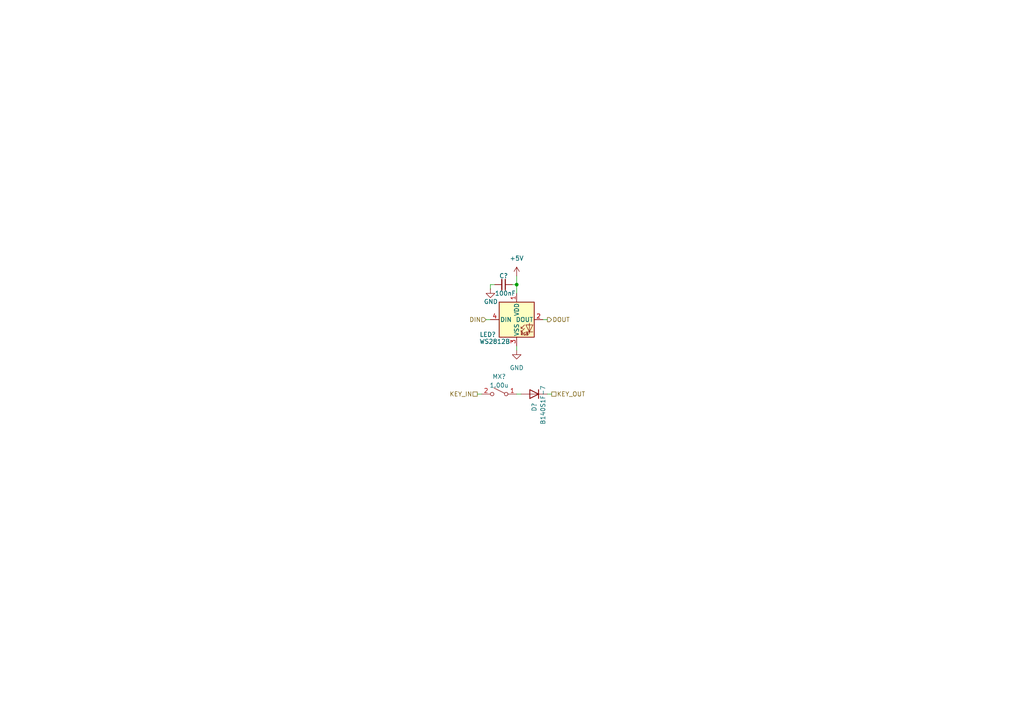
<source format=kicad_sch>
(kicad_sch (version 20250114) (generator "eeschema") (generator_version "9.0")
  (paper "A4")
  (lib_symbols
    (symbol "Device:C_Small" (pin_numbers (hide yes)) (pin_names (offset 0.254) (hide yes))
      (property "Reference" "C" (at 0.254 1.778 0))
      (property "Value" "C_Small" (at 0.254 -2.032 0))
      (symbol "C_Small_0_1"
        (polyline (pts (xy -1.524 0.508) (xy 1.524 0.508)) (stroke (width 0.3048)))
        (polyline (pts (xy -1.524 -0.508) (xy 1.524 -0.508)) (stroke (width 0.3302)))
      )
      (symbol "C_Small_1_1"
        (pin passive line (at 0 2.54 270) (length 2.032) (name "~") (number "1"))
        (pin passive line (at 0 -2.54 90) (length 2.032) (name "~") (number "2"))
      )
    )
    (symbol "keyboard:WS2812B" (pin_names (offset 0.254))
      (property "Reference" "LED" (at 5.08 5.715 0))
      (property "Value" "WS2812B" (at 1.27 -5.715 0))
      (symbol "WS2812B_0_0"
        (text "RGB" (at 2.286 -4.191 0) (effects (font (size 0.762 0.762))))
      )
      (symbol "WS2812B_0_1"
        (polyline (pts (xy 1.27 -2.54) (xy 1.778 -2.54)))
        (polyline (pts (xy 1.27 -3.556) (xy 1.778 -3.556)))
        (polyline (pts (xy 2.286 -1.524) (xy 1.27 -2.54) (xy 1.27 -2.032)))
        (polyline (pts (xy 2.286 -2.54) (xy 1.27 -3.556) (xy 1.27 -3.048)))
        (polyline (pts (xy 3.683 -1.016) (xy 3.683 -3.556) (xy 3.683 -4.064)))
        (polyline (pts (xy 4.699 -1.524) (xy 2.667 -1.524) (xy 3.683 -3.556) (xy 4.699 -1.524)))
        (polyline (pts (xy 4.699 -3.556) (xy 2.667 -3.556)))
        (rectangle (start 5.08 5.08) (end -5.08 -5.08) (stroke (width 0.254)) (fill (type background)))
      )
      (symbol "WS2812B_1_1"
        (pin input line (at -7.62 0 0) (length 2.54) (name "DIN") (number "4"))
        (pin power_in line (at 0 7.62 270) (length 2.54) (name "VDD") (number "1"))
        (pin power_in line (at 0 -7.62 90) (length 2.54) (name "VSS") (number "3"))
        (pin output line (at 7.62 0 180) (length 2.54) (name "DOUT") (number "2"))
      )
    )
    (symbol "keyboard:diode" (pin_numbers (hide yes)) (pin_names (hide yes))
      (property "Reference" "D" (at 0 2.54 0))
      (property "Value" "1N4148" (at 0 -2.54 0))
      (symbol "diode_0_1"
        (polyline (pts (xy -1.27 1.27) (xy -1.27 -1.27)) (stroke (width 0.254)))
        (polyline (pts (xy 1.27 1.27) (xy 1.27 -1.27) (xy -1.27 0) (xy 1.27 1.27)) (stroke (width 0.254)))
        (polyline (pts (xy 1.27 0) (xy -1.27 0)))
      )
      (symbol "diode_1_1"
        (pin passive line (at -3.81 0 0) (length 2.54) (name "K") (number "1"))
        (pin passive line (at 3.81 0 180) (length 2.54) (name "A") (number "2"))
      )
    )
    (symbol "keyboard:switch" (pin_names (offset 0) (hide yes))
      (property "Reference" "MX103" (at 0 5.08 0))
      (property "Value" "1.00u" (at 0 2.54 0))
      (symbol "switch_0_0"
        (circle (center -2.032 0) (radius 0.508))
        (polyline (pts (xy -1.524 0.254) (xy 1.524 1.778)))
        (circle (center 2.032 0) (radius 0.508))
      )
      (symbol "switch_1_1"
        (pin passive line (at -5.08 0 0) (length 2.54) (name "A") (number "1"))
        (pin passive line (at 5.08 0 180) (length 2.54) (name "B") (number "2"))
      )
    )
    (symbol "power:+5V" (power) (pin_numbers (hide yes)) (pin_names (offset 0) (hide yes))
      (property "Value" "+5V" (at 0 3.556 0))
      (symbol "+5V_0_1"
        (polyline (pts (xy -0.762 1.27) (xy 0 2.54)))
        (polyline (pts (xy 0 2.54) (xy 0.762 1.27)))
        (polyline (pts (xy 0 0) (xy 0 2.54)))
      )
      (symbol "+5V_1_1"
        (pin power_in line (at 0 0 90) (length 0) (name "~") (number "1"))
      )
    )
    (symbol "power:GND" (power) (pin_numbers (hide yes)) (pin_names (offset 0) (hide yes))
      (property "Value" "GND" (at 0 -3.81 0))
      (symbol "GND_0_1"
        (polyline (pts (xy 0 0) (xy 0 -1.27) (xy 1.27 -1.27) (xy 0 -2.54) (xy -1.27 -1.27) (xy 0 -1.27)))
      )
      (symbol "GND_1_1"
        (pin power_in line (at 0 0 270) (length 0) (name "~") (number "1"))
      )
    )
  )
  (junction (at 149.86 82.55))
  (wire (pts (xy 157.48 92.71) (xy 158.75 92.71)))
  (wire (pts (xy 158.75 114.3) (xy 160.02 114.3)))
  (wire (pts (xy 142.24 82.55) (xy 142.24 83.82)))
  (wire (pts (xy 149.86 100.33) (xy 149.86 101.6)))
  (wire (pts (xy 149.86 80.01) (xy 149.86 82.55)))
  (wire (pts (xy 148.59 82.55) (xy 149.86 82.55)))
  (wire (pts (xy 138.43 114.3) (xy 139.7 114.3)))
  (wire (pts (xy 143.51 82.55) (xy 142.24 82.55)))
  (wire (pts (xy 149.86 82.55) (xy 149.86 85.09)))
  (wire (pts (xy 151.13 114.3) (xy 149.86 114.3)))
  (wire (pts (xy 140.97 92.71) (xy 142.24 92.71)))
  (hierarchical_label "DOUT" (shape output) (at 158.75 92.71 0))
  (hierarchical_label "KEY_OUT" (shape passive) (at 160.02 114.3 0))
  (hierarchical_label "DIN" (shape input) (at 140.97 92.71 180))
  (hierarchical_label "KEY_IN" (shape passive) (at 138.43 114.3 180))
  (symbol (lib_id "power:GND") (at 142.24 83.82 0) (unit 1)
    (property "Reference" "#PWR?" (effects (hide yes)))
    (property "Value" "GND" (at 142.367 88.2142 0) (effects (justify bottom)))
  )
  (symbol (lib_id "power:+5V") (at 149.86 80.01 0) (unit 1)
    (property "Reference" "#PWR?" (effects (hide yes)))
    (property "Value" "+5V" (at 149.86 74.93 0))
    (property "Description" "Power symbol creates a global label with name \"+5V\"" (effects (hide yes)))
  )
  (symbol (lib_id "Device:C_Small") (at 146.05 82.55 270) (unit 1)
    (property "Reference" "C?" (at 144.78 80.01 90) (effects (justify left)))
    (property "Value" "100nF" (at 143.51 85.09 90) (effects (justify left)))
    (property "Footprint" "keyboard:C_0402_1005Metric" (effects (hide yes)))
  )
  (symbol (lib_id "keyboard:switch") (at 144.78 114.3 0) (mirror y) (unit 1)
    (property "Reference" "MX?" (at 144.78 109.22 0))
    (property "Value" "1.00u" (at 144.78 111.76 0))
    (property "Footprint" "G915:Membrane-G915" (effects (hide yes)))
  )
  (symbol (lib_id "keyboard:diode") (at 154.94 114.3 180) (unit 1)
    (property "Reference" "D?" (at 154.94 119.38 90) (effects (justify right)))
    (property "Value" "B140S1F-7" (at 157.48 123.19 90) (effects (justify right)))
    (property "Footprint" "keyboard:D_SOD-123F" (effects (hide yes)))
    (property "Datasheet" "https://datasheet.lcsc.com/lcsc/1811061725_ST-Semtech-1N4148W_C81598.pdf" (effects (hide yes)))
    (property "PN" "1N4148W" (effects (hide yes)))
    (property "LCSC Part Number" "C81598" (effects (hide yes)))
    (property "LCSC link" "https://www.lcsc.com/product-detail/Switching-Diode_ST-Semtech-1N4148W_C81598.html" (effects (hide yes)))
  )
  (symbol (lib_id "power:GND") (at 149.86 101.6 0) (unit 1)
    (property "Reference" "#PWR?" (effects (hide yes)))
    (property "Value" "GND" (at 149.86 106.68 0))
    (property "Description" "Power symbol creates a global label with name \"GND\" , ground" (effects (hide yes)))
  )
  (symbol (lib_id "keyboard:WS2812B") (at 149.86 92.71 0) (unit 1)
    (property "Reference" "LED?" (at 141.478 97.028 0))
    (property "Value" "WS2812B" (at 143.51 99.06 0))
    (property "Footprint" "keyboard:LED_WS2812B-2020_PLCC4_2.0x2.0mm" (effects (hide yes)))
    (property "Datasheet" "https://cdn-shop.adafruit.com/datasheets/WS2812B.pdf" (effects (hide yes)))
    (property "Description" "RGB LED with integrated controller" (effects (hide yes)))
  )
)
</source>
